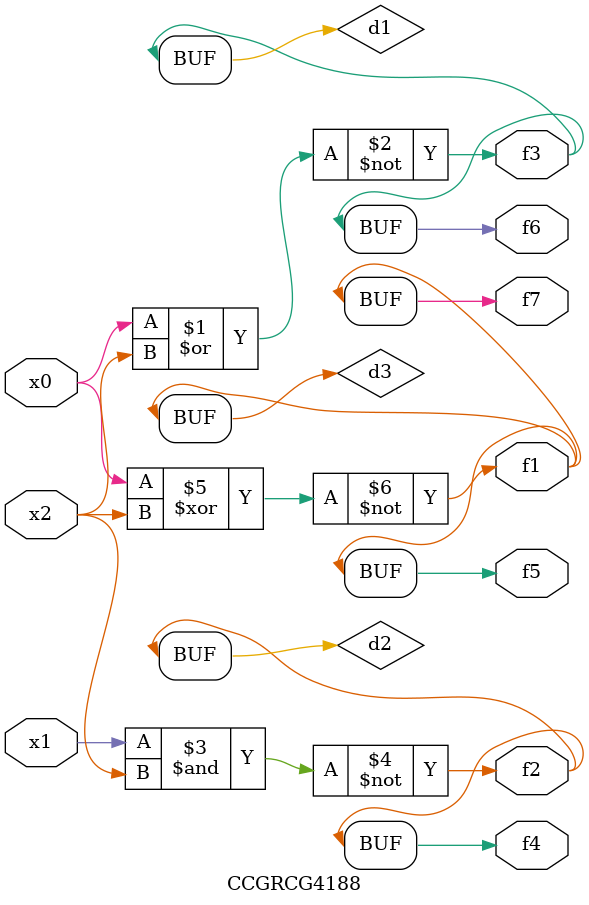
<source format=v>
module CCGRCG4188(
	input x0, x1, x2,
	output f1, f2, f3, f4, f5, f6, f7
);

	wire d1, d2, d3;

	nor (d1, x0, x2);
	nand (d2, x1, x2);
	xnor (d3, x0, x2);
	assign f1 = d3;
	assign f2 = d2;
	assign f3 = d1;
	assign f4 = d2;
	assign f5 = d3;
	assign f6 = d1;
	assign f7 = d3;
endmodule

</source>
